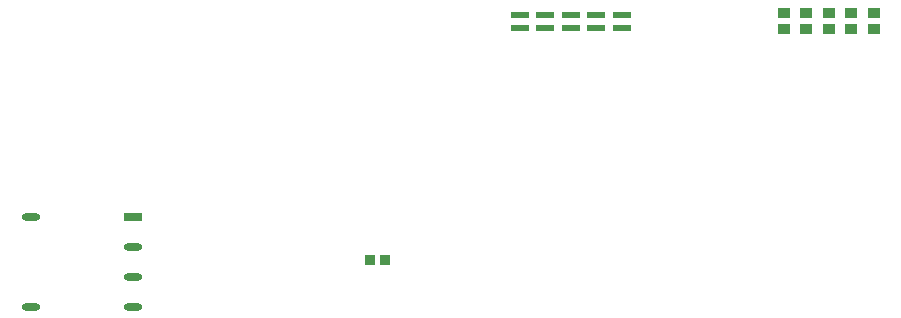
<source format=gbr>
%TF.GenerationSoftware,Altium Limited,Altium Designer,19.1.8 (144)*%
G04 Layer_Color=128*
%FSLAX26Y26*%
%MOIN*%
%TF.FileFunction,Paste,Bot*%
%TF.Part,Single*%
G01*
G75*
%TA.AperFunction,SMDPad,CuDef*%
%ADD13R,0.033465X0.037402*%
%ADD28O,0.061024X0.025591*%
%ADD29R,0.061024X0.025591*%
%ADD30R,0.062992X0.023622*%
%ADD31R,0.039370X0.035433*%
D13*
X4982493Y3840311D02*
D03*
X4931311D02*
D03*
D28*
X3800000Y3685000D02*
D03*
Y3985000D02*
D03*
X4142520Y3685000D02*
D03*
Y3785000D02*
D03*
Y3885000D02*
D03*
D29*
Y3985000D02*
D03*
D30*
X5515000Y4615000D02*
D03*
Y4658307D02*
D03*
X5770000Y4615000D02*
D03*
Y4658307D02*
D03*
X5600000Y4615000D02*
D03*
Y4658307D02*
D03*
X5430000Y4615000D02*
D03*
Y4658307D02*
D03*
X5685000Y4615000D02*
D03*
Y4658307D02*
D03*
D31*
X6610000Y4610000D02*
D03*
Y4663150D02*
D03*
X6535000Y4610000D02*
D03*
Y4663150D02*
D03*
X6310000D02*
D03*
Y4610000D02*
D03*
X6385000Y4663150D02*
D03*
Y4610000D02*
D03*
X6460000Y4663150D02*
D03*
Y4610000D02*
D03*
%TF.MD5,e99a0319cff2163d9c22052a8b4214c2*%
M02*

</source>
